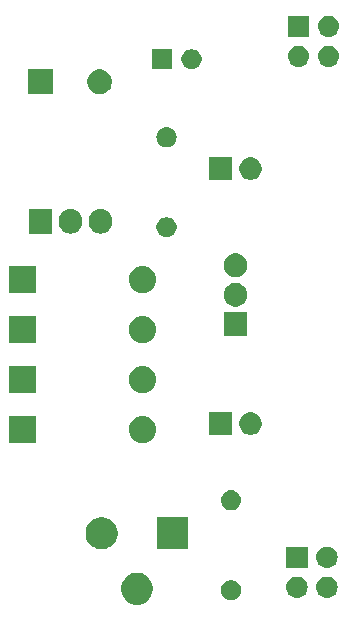
<source format=gbs>
G04 #@! TF.GenerationSoftware,KiCad,Pcbnew,(5.1.4)-1*
G04 #@! TF.CreationDate,2019-09-07T18:34:27-05:00*
G04 #@! TF.ProjectId,BreadboardPowerSupply,42726561-6462-46f6-9172-64506f776572,1*
G04 #@! TF.SameCoordinates,Original*
G04 #@! TF.FileFunction,Soldermask,Bot*
G04 #@! TF.FilePolarity,Negative*
%FSLAX46Y46*%
G04 Gerber Fmt 4.6, Leading zero omitted, Abs format (unit mm)*
G04 Created by KiCad (PCBNEW (5.1.4)-1) date 2019-09-07 18:34:27*
%MOMM*%
%LPD*%
G04 APERTURE LIST*
%ADD10C,0.100000*%
G04 APERTURE END LIST*
D10*
G36*
X138872072Y-98269918D02*
G01*
X139117939Y-98371759D01*
X139229328Y-98446187D01*
X139339211Y-98519609D01*
X139527391Y-98707789D01*
X139589549Y-98800815D01*
X139640258Y-98876705D01*
X139675242Y-98929063D01*
X139777082Y-99174928D01*
X139829000Y-99435937D01*
X139829000Y-99702063D01*
X139777082Y-99963072D01*
X139681521Y-100193779D01*
X139675241Y-100208939D01*
X139527390Y-100430212D01*
X139339212Y-100618390D01*
X139117939Y-100766241D01*
X139117938Y-100766242D01*
X139117937Y-100766242D01*
X138872072Y-100868082D01*
X138611063Y-100920000D01*
X138344937Y-100920000D01*
X138083928Y-100868082D01*
X137838063Y-100766242D01*
X137838062Y-100766242D01*
X137838061Y-100766241D01*
X137616788Y-100618390D01*
X137428610Y-100430212D01*
X137280759Y-100208939D01*
X137274480Y-100193779D01*
X137178918Y-99963072D01*
X137127000Y-99702063D01*
X137127000Y-99435937D01*
X137178918Y-99174928D01*
X137280758Y-98929063D01*
X137315743Y-98876705D01*
X137366451Y-98800815D01*
X137428609Y-98707789D01*
X137616789Y-98519609D01*
X137726672Y-98446187D01*
X137838061Y-98371759D01*
X138083928Y-98269918D01*
X138344937Y-98218000D01*
X138611063Y-98218000D01*
X138872072Y-98269918D01*
X138872072Y-98269918D01*
G37*
G36*
X146679228Y-98876703D02*
G01*
X146834100Y-98940853D01*
X146973481Y-99033985D01*
X147092015Y-99152519D01*
X147185147Y-99291900D01*
X147249297Y-99446772D01*
X147282000Y-99611184D01*
X147282000Y-99778816D01*
X147249297Y-99943228D01*
X147185147Y-100098100D01*
X147092015Y-100237481D01*
X146973481Y-100356015D01*
X146834100Y-100449147D01*
X146679228Y-100513297D01*
X146514816Y-100546000D01*
X146347184Y-100546000D01*
X146182772Y-100513297D01*
X146027900Y-100449147D01*
X145888519Y-100356015D01*
X145769985Y-100237481D01*
X145676853Y-100098100D01*
X145612703Y-99943228D01*
X145580000Y-99778816D01*
X145580000Y-99611184D01*
X145612703Y-99446772D01*
X145676853Y-99291900D01*
X145769985Y-99152519D01*
X145888519Y-99033985D01*
X146027900Y-98940853D01*
X146182772Y-98876703D01*
X146347184Y-98844000D01*
X146514816Y-98844000D01*
X146679228Y-98876703D01*
X146679228Y-98876703D01*
G37*
G36*
X152129442Y-98546518D02*
G01*
X152195627Y-98553037D01*
X152365466Y-98604557D01*
X152521991Y-98688222D01*
X152545832Y-98707788D01*
X152659186Y-98800814D01*
X152721467Y-98876705D01*
X152771778Y-98938009D01*
X152855443Y-99094534D01*
X152906963Y-99264373D01*
X152924359Y-99441000D01*
X152906963Y-99617627D01*
X152855443Y-99787466D01*
X152771778Y-99943991D01*
X152742448Y-99979729D01*
X152659186Y-100081186D01*
X152557729Y-100164448D01*
X152521991Y-100193778D01*
X152365466Y-100277443D01*
X152195627Y-100328963D01*
X152129443Y-100335481D01*
X152063260Y-100342000D01*
X151974740Y-100342000D01*
X151908557Y-100335481D01*
X151842373Y-100328963D01*
X151672534Y-100277443D01*
X151516009Y-100193778D01*
X151480271Y-100164448D01*
X151378814Y-100081186D01*
X151295552Y-99979729D01*
X151266222Y-99943991D01*
X151182557Y-99787466D01*
X151131037Y-99617627D01*
X151113641Y-99441000D01*
X151131037Y-99264373D01*
X151182557Y-99094534D01*
X151266222Y-98938009D01*
X151316533Y-98876705D01*
X151378814Y-98800814D01*
X151492168Y-98707788D01*
X151516009Y-98688222D01*
X151672534Y-98604557D01*
X151842373Y-98553037D01*
X151908558Y-98546518D01*
X151974740Y-98540000D01*
X152063260Y-98540000D01*
X152129442Y-98546518D01*
X152129442Y-98546518D01*
G37*
G36*
X154669442Y-98546518D02*
G01*
X154735627Y-98553037D01*
X154905466Y-98604557D01*
X155061991Y-98688222D01*
X155085832Y-98707788D01*
X155199186Y-98800814D01*
X155261467Y-98876705D01*
X155311778Y-98938009D01*
X155395443Y-99094534D01*
X155446963Y-99264373D01*
X155464359Y-99441000D01*
X155446963Y-99617627D01*
X155395443Y-99787466D01*
X155311778Y-99943991D01*
X155282448Y-99979729D01*
X155199186Y-100081186D01*
X155097729Y-100164448D01*
X155061991Y-100193778D01*
X154905466Y-100277443D01*
X154735627Y-100328963D01*
X154669443Y-100335481D01*
X154603260Y-100342000D01*
X154514740Y-100342000D01*
X154448557Y-100335481D01*
X154382373Y-100328963D01*
X154212534Y-100277443D01*
X154056009Y-100193778D01*
X154020271Y-100164448D01*
X153918814Y-100081186D01*
X153835552Y-99979729D01*
X153806222Y-99943991D01*
X153722557Y-99787466D01*
X153671037Y-99617627D01*
X153653641Y-99441000D01*
X153671037Y-99264373D01*
X153722557Y-99094534D01*
X153806222Y-98938009D01*
X153856533Y-98876705D01*
X153918814Y-98800814D01*
X154032168Y-98707788D01*
X154056009Y-98688222D01*
X154212534Y-98604557D01*
X154382373Y-98553037D01*
X154448558Y-98546518D01*
X154514740Y-98540000D01*
X154603260Y-98540000D01*
X154669442Y-98546518D01*
X154669442Y-98546518D01*
G37*
G36*
X154669443Y-96006519D02*
G01*
X154735627Y-96013037D01*
X154905466Y-96064557D01*
X154905468Y-96064558D01*
X154983729Y-96106390D01*
X155061991Y-96148222D01*
X155086190Y-96168082D01*
X155199186Y-96260814D01*
X155282448Y-96362271D01*
X155311778Y-96398009D01*
X155395443Y-96554534D01*
X155446963Y-96724373D01*
X155464359Y-96901000D01*
X155446963Y-97077627D01*
X155395443Y-97247466D01*
X155311778Y-97403991D01*
X155282448Y-97439729D01*
X155199186Y-97541186D01*
X155097729Y-97624448D01*
X155061991Y-97653778D01*
X154905466Y-97737443D01*
X154735627Y-97788963D01*
X154669443Y-97795481D01*
X154603260Y-97802000D01*
X154514740Y-97802000D01*
X154448558Y-97795482D01*
X154382373Y-97788963D01*
X154212534Y-97737443D01*
X154056009Y-97653778D01*
X154020271Y-97624448D01*
X153918814Y-97541186D01*
X153835552Y-97439729D01*
X153806222Y-97403991D01*
X153722557Y-97247466D01*
X153671037Y-97077627D01*
X153653641Y-96901000D01*
X153671037Y-96724373D01*
X153722557Y-96554534D01*
X153806222Y-96398009D01*
X153835552Y-96362271D01*
X153918814Y-96260814D01*
X154031810Y-96168082D01*
X154056009Y-96148222D01*
X154134271Y-96106390D01*
X154212532Y-96064558D01*
X154212534Y-96064557D01*
X154382373Y-96013037D01*
X154448558Y-96006518D01*
X154514740Y-96000000D01*
X154603260Y-96000000D01*
X154669443Y-96006519D01*
X154669443Y-96006519D01*
G37*
G36*
X152920000Y-97802000D02*
G01*
X151118000Y-97802000D01*
X151118000Y-96000000D01*
X152920000Y-96000000D01*
X152920000Y-97802000D01*
X152920000Y-97802000D01*
G37*
G36*
X135872072Y-93569918D02*
G01*
X136117939Y-93671759D01*
X136339212Y-93819610D01*
X136527390Y-94007788D01*
X136675241Y-94229061D01*
X136777082Y-94474928D01*
X136829000Y-94735938D01*
X136829000Y-95002062D01*
X136777082Y-95263072D01*
X136675241Y-95508939D01*
X136527390Y-95730212D01*
X136339212Y-95918390D01*
X136117939Y-96066241D01*
X136117938Y-96066242D01*
X136117937Y-96066242D01*
X135872072Y-96168082D01*
X135611063Y-96220000D01*
X135344937Y-96220000D01*
X135083928Y-96168082D01*
X134838063Y-96066242D01*
X134838062Y-96066242D01*
X134838061Y-96066241D01*
X134616788Y-95918390D01*
X134428610Y-95730212D01*
X134280759Y-95508939D01*
X134178918Y-95263072D01*
X134127000Y-95002062D01*
X134127000Y-94735938D01*
X134178918Y-94474928D01*
X134280759Y-94229061D01*
X134428610Y-94007788D01*
X134616788Y-93819610D01*
X134838061Y-93671759D01*
X135083928Y-93569918D01*
X135344937Y-93518000D01*
X135611063Y-93518000D01*
X135872072Y-93569918D01*
X135872072Y-93569918D01*
G37*
G36*
X142829000Y-96220000D02*
G01*
X140127000Y-96220000D01*
X140127000Y-93518000D01*
X142829000Y-93518000D01*
X142829000Y-96220000D01*
X142829000Y-96220000D01*
G37*
G36*
X146597823Y-91236313D02*
G01*
X146758242Y-91284976D01*
X146890906Y-91355886D01*
X146906078Y-91363996D01*
X147035659Y-91470341D01*
X147142004Y-91599922D01*
X147142005Y-91599924D01*
X147221024Y-91747758D01*
X147269687Y-91908177D01*
X147286117Y-92075000D01*
X147269687Y-92241823D01*
X147221024Y-92402242D01*
X147150114Y-92534906D01*
X147142004Y-92550078D01*
X147035659Y-92679659D01*
X146906078Y-92786004D01*
X146906076Y-92786005D01*
X146758242Y-92865024D01*
X146597823Y-92913687D01*
X146472804Y-92926000D01*
X146389196Y-92926000D01*
X146264177Y-92913687D01*
X146103758Y-92865024D01*
X145955924Y-92786005D01*
X145955922Y-92786004D01*
X145826341Y-92679659D01*
X145719996Y-92550078D01*
X145711886Y-92534906D01*
X145640976Y-92402242D01*
X145592313Y-92241823D01*
X145575883Y-92075000D01*
X145592313Y-91908177D01*
X145640976Y-91747758D01*
X145719995Y-91599924D01*
X145719996Y-91599922D01*
X145826341Y-91470341D01*
X145955922Y-91363996D01*
X145971094Y-91355886D01*
X146103758Y-91284976D01*
X146264177Y-91236313D01*
X146389196Y-91224000D01*
X146472804Y-91224000D01*
X146597823Y-91236313D01*
X146597823Y-91236313D01*
G37*
G36*
X139107271Y-84966103D02*
G01*
X139163635Y-84971654D01*
X139380600Y-85037470D01*
X139380602Y-85037471D01*
X139580555Y-85144347D01*
X139755818Y-85288182D01*
X139899653Y-85463445D01*
X140006529Y-85663398D01*
X140006530Y-85663400D01*
X140072346Y-85880365D01*
X140094569Y-86106000D01*
X140072346Y-86331635D01*
X140017495Y-86512454D01*
X140006529Y-86548602D01*
X139899653Y-86748555D01*
X139755818Y-86923818D01*
X139580555Y-87067653D01*
X139380602Y-87174529D01*
X139380600Y-87174530D01*
X139163635Y-87240346D01*
X139107271Y-87245897D01*
X138994545Y-87257000D01*
X138881455Y-87257000D01*
X138768729Y-87245897D01*
X138712365Y-87240346D01*
X138495400Y-87174530D01*
X138495398Y-87174529D01*
X138295445Y-87067653D01*
X138120182Y-86923818D01*
X137976347Y-86748555D01*
X137869471Y-86548602D01*
X137858506Y-86512454D01*
X137803654Y-86331635D01*
X137781431Y-86106000D01*
X137803654Y-85880365D01*
X137869470Y-85663400D01*
X137869471Y-85663398D01*
X137976347Y-85463445D01*
X138120182Y-85288182D01*
X138295445Y-85144347D01*
X138495398Y-85037471D01*
X138495400Y-85037470D01*
X138712365Y-84971654D01*
X138768729Y-84966103D01*
X138881455Y-84955000D01*
X138994545Y-84955000D01*
X139107271Y-84966103D01*
X139107271Y-84966103D01*
G37*
G36*
X129929000Y-87257000D02*
G01*
X127627000Y-87257000D01*
X127627000Y-84955000D01*
X129929000Y-84955000D01*
X129929000Y-87257000D01*
X129929000Y-87257000D01*
G37*
G36*
X148359395Y-84683546D02*
G01*
X148532466Y-84755234D01*
X148532467Y-84755235D01*
X148688227Y-84859310D01*
X148820690Y-84991773D01*
X148851224Y-85037471D01*
X148924766Y-85147534D01*
X148996454Y-85320605D01*
X149033000Y-85504333D01*
X149033000Y-85691667D01*
X148996454Y-85875395D01*
X148924766Y-86048466D01*
X148924765Y-86048467D01*
X148820690Y-86204227D01*
X148688227Y-86336690D01*
X148609818Y-86389081D01*
X148532466Y-86440766D01*
X148359395Y-86512454D01*
X148175667Y-86549000D01*
X147988333Y-86549000D01*
X147804605Y-86512454D01*
X147631534Y-86440766D01*
X147554182Y-86389081D01*
X147475773Y-86336690D01*
X147343310Y-86204227D01*
X147239235Y-86048467D01*
X147239234Y-86048466D01*
X147167546Y-85875395D01*
X147131000Y-85691667D01*
X147131000Y-85504333D01*
X147167546Y-85320605D01*
X147239234Y-85147534D01*
X147312776Y-85037471D01*
X147343310Y-84991773D01*
X147475773Y-84859310D01*
X147631533Y-84755235D01*
X147631534Y-84755234D01*
X147804605Y-84683546D01*
X147988333Y-84647000D01*
X148175667Y-84647000D01*
X148359395Y-84683546D01*
X148359395Y-84683546D01*
G37*
G36*
X146493000Y-86549000D02*
G01*
X144591000Y-86549000D01*
X144591000Y-84647000D01*
X146493000Y-84647000D01*
X146493000Y-86549000D01*
X146493000Y-86549000D01*
G37*
G36*
X139107271Y-80732769D02*
G01*
X139163635Y-80738320D01*
X139380600Y-80804136D01*
X139380602Y-80804137D01*
X139580555Y-80911013D01*
X139755818Y-81054848D01*
X139899653Y-81230111D01*
X140006529Y-81430064D01*
X140072346Y-81647032D01*
X140094569Y-81872666D01*
X140072346Y-82098300D01*
X140006529Y-82315268D01*
X139899653Y-82515221D01*
X139755818Y-82690484D01*
X139580555Y-82834319D01*
X139380602Y-82941195D01*
X139380600Y-82941196D01*
X139163635Y-83007012D01*
X139107271Y-83012563D01*
X138994545Y-83023666D01*
X138881455Y-83023666D01*
X138768729Y-83012563D01*
X138712365Y-83007012D01*
X138495400Y-82941196D01*
X138495398Y-82941195D01*
X138295445Y-82834319D01*
X138120182Y-82690484D01*
X137976347Y-82515221D01*
X137869471Y-82315268D01*
X137803654Y-82098300D01*
X137781431Y-81872666D01*
X137803654Y-81647032D01*
X137869471Y-81430064D01*
X137976347Y-81230111D01*
X138120182Y-81054848D01*
X138295445Y-80911013D01*
X138495398Y-80804137D01*
X138495400Y-80804136D01*
X138712365Y-80738320D01*
X138768729Y-80732769D01*
X138881455Y-80721666D01*
X138994545Y-80721666D01*
X139107271Y-80732769D01*
X139107271Y-80732769D01*
G37*
G36*
X129929000Y-83023666D02*
G01*
X127627000Y-83023666D01*
X127627000Y-80721666D01*
X129929000Y-80721666D01*
X129929000Y-83023666D01*
X129929000Y-83023666D01*
G37*
G36*
X139107271Y-76499436D02*
G01*
X139163635Y-76504987D01*
X139380600Y-76570803D01*
X139380602Y-76570804D01*
X139580555Y-76677680D01*
X139755818Y-76821515D01*
X139899653Y-76996778D01*
X140006529Y-77196731D01*
X140072346Y-77413699D01*
X140094569Y-77639333D01*
X140072346Y-77864967D01*
X140006529Y-78081935D01*
X139899653Y-78281888D01*
X139755818Y-78457151D01*
X139580555Y-78600986D01*
X139380602Y-78707862D01*
X139380600Y-78707863D01*
X139163635Y-78773679D01*
X139107271Y-78779230D01*
X138994545Y-78790333D01*
X138881455Y-78790333D01*
X138768729Y-78779230D01*
X138712365Y-78773679D01*
X138495400Y-78707863D01*
X138495398Y-78707862D01*
X138295445Y-78600986D01*
X138120182Y-78457151D01*
X137976347Y-78281888D01*
X137869471Y-78081935D01*
X137803654Y-77864967D01*
X137781431Y-77639333D01*
X137803654Y-77413699D01*
X137869471Y-77196731D01*
X137976347Y-76996778D01*
X138120182Y-76821515D01*
X138295445Y-76677680D01*
X138495398Y-76570804D01*
X138495400Y-76570803D01*
X138712365Y-76504987D01*
X138768729Y-76499436D01*
X138881455Y-76488333D01*
X138994545Y-76488333D01*
X139107271Y-76499436D01*
X139107271Y-76499436D01*
G37*
G36*
X129929000Y-78790333D02*
G01*
X127627000Y-78790333D01*
X127627000Y-76488333D01*
X129929000Y-76488333D01*
X129929000Y-78790333D01*
X129929000Y-78790333D01*
G37*
G36*
X147813000Y-78184000D02*
G01*
X145811000Y-78184000D01*
X145811000Y-76182000D01*
X147813000Y-76182000D01*
X147813000Y-78184000D01*
X147813000Y-78184000D01*
G37*
G36*
X147103981Y-73720468D02*
G01*
X147286151Y-73795926D01*
X147450100Y-73905473D01*
X147589527Y-74044900D01*
X147591969Y-74048555D01*
X147699075Y-74208851D01*
X147721175Y-74262205D01*
X147774532Y-74391019D01*
X147813000Y-74584410D01*
X147813000Y-74781590D01*
X147774532Y-74974981D01*
X147699074Y-75157151D01*
X147589527Y-75321100D01*
X147450100Y-75460527D01*
X147286151Y-75570074D01*
X147103981Y-75645532D01*
X147007285Y-75664766D01*
X146910591Y-75684000D01*
X146713409Y-75684000D01*
X146616715Y-75664766D01*
X146520019Y-75645532D01*
X146337849Y-75570074D01*
X146173900Y-75460527D01*
X146034473Y-75321100D01*
X145924926Y-75157151D01*
X145849468Y-74974981D01*
X145811000Y-74781590D01*
X145811000Y-74584410D01*
X145849468Y-74391019D01*
X145902825Y-74262205D01*
X145924925Y-74208851D01*
X146032031Y-74048555D01*
X146034473Y-74044900D01*
X146173900Y-73905473D01*
X146337849Y-73795926D01*
X146520019Y-73720468D01*
X146713409Y-73682000D01*
X146910591Y-73682000D01*
X147103981Y-73720468D01*
X147103981Y-73720468D01*
G37*
G36*
X139107271Y-72266103D02*
G01*
X139163635Y-72271654D01*
X139380600Y-72337470D01*
X139380602Y-72337471D01*
X139580555Y-72444347D01*
X139755818Y-72588182D01*
X139899653Y-72763445D01*
X140004994Y-72960527D01*
X140006530Y-72963400D01*
X140072346Y-73180365D01*
X140094569Y-73406000D01*
X140072346Y-73631635D01*
X140022509Y-73795926D01*
X140006529Y-73848602D01*
X139899653Y-74048555D01*
X139755818Y-74223818D01*
X139580555Y-74367653D01*
X139380602Y-74474529D01*
X139380600Y-74474530D01*
X139163635Y-74540346D01*
X139107271Y-74545897D01*
X138994545Y-74557000D01*
X138881455Y-74557000D01*
X138768729Y-74545897D01*
X138712365Y-74540346D01*
X138495400Y-74474530D01*
X138495398Y-74474529D01*
X138295445Y-74367653D01*
X138120182Y-74223818D01*
X137976347Y-74048555D01*
X137869471Y-73848602D01*
X137853492Y-73795926D01*
X137803654Y-73631635D01*
X137781431Y-73406000D01*
X137803654Y-73180365D01*
X137869470Y-72963400D01*
X137871006Y-72960527D01*
X137976347Y-72763445D01*
X138120182Y-72588182D01*
X138295445Y-72444347D01*
X138495398Y-72337471D01*
X138495400Y-72337470D01*
X138712365Y-72271654D01*
X138768729Y-72266103D01*
X138881455Y-72255000D01*
X138994545Y-72255000D01*
X139107271Y-72266103D01*
X139107271Y-72266103D01*
G37*
G36*
X129929000Y-74557000D02*
G01*
X127627000Y-74557000D01*
X127627000Y-72255000D01*
X129929000Y-72255000D01*
X129929000Y-74557000D01*
X129929000Y-74557000D01*
G37*
G36*
X147103981Y-71220468D02*
G01*
X147286151Y-71295926D01*
X147450100Y-71405473D01*
X147589527Y-71544900D01*
X147699074Y-71708849D01*
X147774532Y-71891019D01*
X147813000Y-72084410D01*
X147813000Y-72281590D01*
X147774532Y-72474981D01*
X147699074Y-72657151D01*
X147589527Y-72821100D01*
X147450100Y-72960527D01*
X147286151Y-73070074D01*
X147103981Y-73145532D01*
X147007285Y-73164766D01*
X146910591Y-73184000D01*
X146713409Y-73184000D01*
X146616715Y-73164766D01*
X146520019Y-73145532D01*
X146337849Y-73070074D01*
X146173900Y-72960527D01*
X146034473Y-72821100D01*
X145924926Y-72657151D01*
X145849468Y-72474981D01*
X145811000Y-72281590D01*
X145811000Y-72084410D01*
X145849468Y-71891019D01*
X145924926Y-71708849D01*
X146034473Y-71544900D01*
X146173900Y-71405473D01*
X146337849Y-71295926D01*
X146520019Y-71220468D01*
X146713409Y-71182000D01*
X146910591Y-71182000D01*
X147103981Y-71220468D01*
X147103981Y-71220468D01*
G37*
G36*
X141218228Y-68142703D02*
G01*
X141373100Y-68206853D01*
X141512481Y-68299985D01*
X141631015Y-68418519D01*
X141724147Y-68557900D01*
X141788297Y-68712772D01*
X141821000Y-68877184D01*
X141821000Y-69044816D01*
X141788297Y-69209228D01*
X141724147Y-69364100D01*
X141631015Y-69503481D01*
X141512481Y-69622015D01*
X141373100Y-69715147D01*
X141218228Y-69779297D01*
X141053816Y-69812000D01*
X140886184Y-69812000D01*
X140721772Y-69779297D01*
X140566900Y-69715147D01*
X140427519Y-69622015D01*
X140308985Y-69503481D01*
X140215853Y-69364100D01*
X140151703Y-69209228D01*
X140119000Y-69044816D01*
X140119000Y-68877184D01*
X140151703Y-68712772D01*
X140215853Y-68557900D01*
X140308985Y-68418519D01*
X140427519Y-68299985D01*
X140566900Y-68206853D01*
X140721772Y-68142703D01*
X140886184Y-68110000D01*
X141053816Y-68110000D01*
X141218228Y-68142703D01*
X141218228Y-68142703D01*
G37*
G36*
X133038719Y-67416520D02*
G01*
X133227880Y-67473901D01*
X133227883Y-67473902D01*
X133320333Y-67523318D01*
X133402212Y-67567083D01*
X133555015Y-67692485D01*
X133680417Y-67845288D01*
X133773599Y-68019619D01*
X133830980Y-68208780D01*
X133845500Y-68356206D01*
X133845500Y-68549793D01*
X133830980Y-68697219D01*
X133776388Y-68877185D01*
X133773598Y-68886383D01*
X133724182Y-68978833D01*
X133680417Y-69060712D01*
X133555015Y-69213515D01*
X133402212Y-69338917D01*
X133227881Y-69432099D01*
X133038720Y-69489480D01*
X132842000Y-69508855D01*
X132645281Y-69489480D01*
X132456120Y-69432099D01*
X132281788Y-69338917D01*
X132128985Y-69213515D01*
X132003583Y-69060712D01*
X131910401Y-68886381D01*
X131853020Y-68697220D01*
X131838500Y-68549794D01*
X131838500Y-68356207D01*
X131853020Y-68208781D01*
X131910401Y-68019620D01*
X131910402Y-68019617D01*
X131959818Y-67927167D01*
X132003583Y-67845288D01*
X132128985Y-67692485D01*
X132281788Y-67567083D01*
X132456119Y-67473901D01*
X132645280Y-67416520D01*
X132842000Y-67397145D01*
X133038719Y-67416520D01*
X133038719Y-67416520D01*
G37*
G36*
X135578719Y-67416520D02*
G01*
X135767880Y-67473901D01*
X135767883Y-67473902D01*
X135860333Y-67523318D01*
X135942212Y-67567083D01*
X136095015Y-67692485D01*
X136220417Y-67845288D01*
X136313599Y-68019619D01*
X136370980Y-68208780D01*
X136385500Y-68356206D01*
X136385500Y-68549793D01*
X136370980Y-68697219D01*
X136316388Y-68877185D01*
X136313598Y-68886383D01*
X136264182Y-68978833D01*
X136220417Y-69060712D01*
X136095015Y-69213515D01*
X135942212Y-69338917D01*
X135767881Y-69432099D01*
X135578720Y-69489480D01*
X135382000Y-69508855D01*
X135185281Y-69489480D01*
X134996120Y-69432099D01*
X134821788Y-69338917D01*
X134668985Y-69213515D01*
X134543583Y-69060712D01*
X134450401Y-68886381D01*
X134393020Y-68697220D01*
X134378500Y-68549794D01*
X134378500Y-68356207D01*
X134393020Y-68208781D01*
X134450401Y-68019620D01*
X134450402Y-68019617D01*
X134499818Y-67927167D01*
X134543583Y-67845288D01*
X134668985Y-67692485D01*
X134821788Y-67567083D01*
X134996119Y-67473901D01*
X135185280Y-67416520D01*
X135382000Y-67397145D01*
X135578719Y-67416520D01*
X135578719Y-67416520D01*
G37*
G36*
X131305500Y-69504000D02*
G01*
X129298500Y-69504000D01*
X129298500Y-67402000D01*
X131305500Y-67402000D01*
X131305500Y-69504000D01*
X131305500Y-69504000D01*
G37*
G36*
X146493000Y-64959000D02*
G01*
X144591000Y-64959000D01*
X144591000Y-63057000D01*
X146493000Y-63057000D01*
X146493000Y-64959000D01*
X146493000Y-64959000D01*
G37*
G36*
X148359395Y-63093546D02*
G01*
X148532466Y-63165234D01*
X148532467Y-63165235D01*
X148688227Y-63269310D01*
X148820690Y-63401773D01*
X148820691Y-63401775D01*
X148924766Y-63557534D01*
X148996454Y-63730605D01*
X149033000Y-63914333D01*
X149033000Y-64101667D01*
X148996454Y-64285395D01*
X148924766Y-64458466D01*
X148924765Y-64458467D01*
X148820690Y-64614227D01*
X148688227Y-64746690D01*
X148609818Y-64799081D01*
X148532466Y-64850766D01*
X148359395Y-64922454D01*
X148175667Y-64959000D01*
X147988333Y-64959000D01*
X147804605Y-64922454D01*
X147631534Y-64850766D01*
X147554182Y-64799081D01*
X147475773Y-64746690D01*
X147343310Y-64614227D01*
X147239235Y-64458467D01*
X147239234Y-64458466D01*
X147167546Y-64285395D01*
X147131000Y-64101667D01*
X147131000Y-63914333D01*
X147167546Y-63730605D01*
X147239234Y-63557534D01*
X147343309Y-63401775D01*
X147343310Y-63401773D01*
X147475773Y-63269310D01*
X147631533Y-63165235D01*
X147631534Y-63165234D01*
X147804605Y-63093546D01*
X147988333Y-63057000D01*
X148175667Y-63057000D01*
X148359395Y-63093546D01*
X148359395Y-63093546D01*
G37*
G36*
X141136823Y-60502313D02*
G01*
X141297242Y-60550976D01*
X141429906Y-60621886D01*
X141445078Y-60629996D01*
X141574659Y-60736341D01*
X141681004Y-60865922D01*
X141681005Y-60865924D01*
X141760024Y-61013758D01*
X141808687Y-61174177D01*
X141825117Y-61341000D01*
X141808687Y-61507823D01*
X141760024Y-61668242D01*
X141689114Y-61800906D01*
X141681004Y-61816078D01*
X141574659Y-61945659D01*
X141445078Y-62052004D01*
X141445076Y-62052005D01*
X141297242Y-62131024D01*
X141136823Y-62179687D01*
X141011804Y-62192000D01*
X140928196Y-62192000D01*
X140803177Y-62179687D01*
X140642758Y-62131024D01*
X140494924Y-62052005D01*
X140494922Y-62052004D01*
X140365341Y-61945659D01*
X140258996Y-61816078D01*
X140250886Y-61800906D01*
X140179976Y-61668242D01*
X140131313Y-61507823D01*
X140114883Y-61341000D01*
X140131313Y-61174177D01*
X140179976Y-61013758D01*
X140258995Y-60865924D01*
X140258996Y-60865922D01*
X140365341Y-60736341D01*
X140494922Y-60629996D01*
X140510094Y-60621886D01*
X140642758Y-60550976D01*
X140803177Y-60502313D01*
X140928196Y-60490000D01*
X141011804Y-60490000D01*
X141136823Y-60502313D01*
X141136823Y-60502313D01*
G37*
G36*
X135608564Y-55631389D02*
G01*
X135799833Y-55710615D01*
X135799835Y-55710616D01*
X135971973Y-55825635D01*
X136118365Y-55972027D01*
X136233385Y-56144167D01*
X136312611Y-56335436D01*
X136353000Y-56538484D01*
X136353000Y-56745516D01*
X136312611Y-56948564D01*
X136233385Y-57139833D01*
X136233384Y-57139835D01*
X136118365Y-57311973D01*
X135971973Y-57458365D01*
X135799835Y-57573384D01*
X135799834Y-57573385D01*
X135799833Y-57573385D01*
X135608564Y-57652611D01*
X135405516Y-57693000D01*
X135198484Y-57693000D01*
X134995436Y-57652611D01*
X134804167Y-57573385D01*
X134804166Y-57573385D01*
X134804165Y-57573384D01*
X134632027Y-57458365D01*
X134485635Y-57311973D01*
X134370616Y-57139835D01*
X134370615Y-57139833D01*
X134291389Y-56948564D01*
X134251000Y-56745516D01*
X134251000Y-56538484D01*
X134291389Y-56335436D01*
X134370615Y-56144167D01*
X134485635Y-55972027D01*
X134632027Y-55825635D01*
X134804165Y-55710616D01*
X134804167Y-55710615D01*
X134995436Y-55631389D01*
X135198484Y-55591000D01*
X135405516Y-55591000D01*
X135608564Y-55631389D01*
X135608564Y-55631389D01*
G37*
G36*
X131353000Y-57693000D02*
G01*
X129251000Y-57693000D01*
X129251000Y-55591000D01*
X131353000Y-55591000D01*
X131353000Y-57693000D01*
X131353000Y-57693000D01*
G37*
G36*
X141440000Y-55588000D02*
G01*
X139738000Y-55588000D01*
X139738000Y-53886000D01*
X141440000Y-53886000D01*
X141440000Y-55588000D01*
X141440000Y-55588000D01*
G37*
G36*
X143337228Y-53918703D02*
G01*
X143492100Y-53982853D01*
X143631481Y-54075985D01*
X143750015Y-54194519D01*
X143843147Y-54333900D01*
X143907297Y-54488772D01*
X143940000Y-54653184D01*
X143940000Y-54820816D01*
X143907297Y-54985228D01*
X143843147Y-55140100D01*
X143750015Y-55279481D01*
X143631481Y-55398015D01*
X143492100Y-55491147D01*
X143337228Y-55555297D01*
X143172816Y-55588000D01*
X143005184Y-55588000D01*
X142840772Y-55555297D01*
X142685900Y-55491147D01*
X142546519Y-55398015D01*
X142427985Y-55279481D01*
X142334853Y-55140100D01*
X142270703Y-54985228D01*
X142238000Y-54820816D01*
X142238000Y-54653184D01*
X142270703Y-54488772D01*
X142334853Y-54333900D01*
X142427985Y-54194519D01*
X142546519Y-54075985D01*
X142685900Y-53982853D01*
X142840772Y-53918703D01*
X143005184Y-53886000D01*
X143172816Y-53886000D01*
X143337228Y-53918703D01*
X143337228Y-53918703D01*
G37*
G36*
X152256442Y-53588518D02*
G01*
X152322627Y-53595037D01*
X152492466Y-53646557D01*
X152648991Y-53730222D01*
X152684729Y-53759552D01*
X152786186Y-53842814D01*
X152848467Y-53918705D01*
X152898778Y-53980009D01*
X152982443Y-54136534D01*
X153033963Y-54306373D01*
X153051359Y-54483000D01*
X153033963Y-54659627D01*
X152982443Y-54829466D01*
X152898778Y-54985991D01*
X152869448Y-55021729D01*
X152786186Y-55123186D01*
X152684729Y-55206448D01*
X152648991Y-55235778D01*
X152492466Y-55319443D01*
X152322627Y-55370963D01*
X152256442Y-55377482D01*
X152190260Y-55384000D01*
X152101740Y-55384000D01*
X152035558Y-55377482D01*
X151969373Y-55370963D01*
X151799534Y-55319443D01*
X151643009Y-55235778D01*
X151607271Y-55206448D01*
X151505814Y-55123186D01*
X151422552Y-55021729D01*
X151393222Y-54985991D01*
X151309557Y-54829466D01*
X151258037Y-54659627D01*
X151240641Y-54483000D01*
X151258037Y-54306373D01*
X151309557Y-54136534D01*
X151393222Y-53980009D01*
X151443533Y-53918705D01*
X151505814Y-53842814D01*
X151607271Y-53759552D01*
X151643009Y-53730222D01*
X151799534Y-53646557D01*
X151969373Y-53595037D01*
X152035558Y-53588518D01*
X152101740Y-53582000D01*
X152190260Y-53582000D01*
X152256442Y-53588518D01*
X152256442Y-53588518D01*
G37*
G36*
X154796442Y-53588518D02*
G01*
X154862627Y-53595037D01*
X155032466Y-53646557D01*
X155188991Y-53730222D01*
X155224729Y-53759552D01*
X155326186Y-53842814D01*
X155388467Y-53918705D01*
X155438778Y-53980009D01*
X155522443Y-54136534D01*
X155573963Y-54306373D01*
X155591359Y-54483000D01*
X155573963Y-54659627D01*
X155522443Y-54829466D01*
X155438778Y-54985991D01*
X155409448Y-55021729D01*
X155326186Y-55123186D01*
X155224729Y-55206448D01*
X155188991Y-55235778D01*
X155032466Y-55319443D01*
X154862627Y-55370963D01*
X154796442Y-55377482D01*
X154730260Y-55384000D01*
X154641740Y-55384000D01*
X154575558Y-55377482D01*
X154509373Y-55370963D01*
X154339534Y-55319443D01*
X154183009Y-55235778D01*
X154147271Y-55206448D01*
X154045814Y-55123186D01*
X153962552Y-55021729D01*
X153933222Y-54985991D01*
X153849557Y-54829466D01*
X153798037Y-54659627D01*
X153780641Y-54483000D01*
X153798037Y-54306373D01*
X153849557Y-54136534D01*
X153933222Y-53980009D01*
X153983533Y-53918705D01*
X154045814Y-53842814D01*
X154147271Y-53759552D01*
X154183009Y-53730222D01*
X154339534Y-53646557D01*
X154509373Y-53595037D01*
X154575558Y-53588518D01*
X154641740Y-53582000D01*
X154730260Y-53582000D01*
X154796442Y-53588518D01*
X154796442Y-53588518D01*
G37*
G36*
X153047000Y-52844000D02*
G01*
X151245000Y-52844000D01*
X151245000Y-51042000D01*
X153047000Y-51042000D01*
X153047000Y-52844000D01*
X153047000Y-52844000D01*
G37*
G36*
X154796442Y-51048518D02*
G01*
X154862627Y-51055037D01*
X155032466Y-51106557D01*
X155188991Y-51190222D01*
X155224729Y-51219552D01*
X155326186Y-51302814D01*
X155409448Y-51404271D01*
X155438778Y-51440009D01*
X155522443Y-51596534D01*
X155573963Y-51766373D01*
X155591359Y-51943000D01*
X155573963Y-52119627D01*
X155522443Y-52289466D01*
X155438778Y-52445991D01*
X155409448Y-52481729D01*
X155326186Y-52583186D01*
X155224729Y-52666448D01*
X155188991Y-52695778D01*
X155032466Y-52779443D01*
X154862627Y-52830963D01*
X154796442Y-52837482D01*
X154730260Y-52844000D01*
X154641740Y-52844000D01*
X154575558Y-52837482D01*
X154509373Y-52830963D01*
X154339534Y-52779443D01*
X154183009Y-52695778D01*
X154147271Y-52666448D01*
X154045814Y-52583186D01*
X153962552Y-52481729D01*
X153933222Y-52445991D01*
X153849557Y-52289466D01*
X153798037Y-52119627D01*
X153780641Y-51943000D01*
X153798037Y-51766373D01*
X153849557Y-51596534D01*
X153933222Y-51440009D01*
X153962552Y-51404271D01*
X154045814Y-51302814D01*
X154147271Y-51219552D01*
X154183009Y-51190222D01*
X154339534Y-51106557D01*
X154509373Y-51055037D01*
X154575557Y-51048519D01*
X154641740Y-51042000D01*
X154730260Y-51042000D01*
X154796442Y-51048518D01*
X154796442Y-51048518D01*
G37*
M02*

</source>
